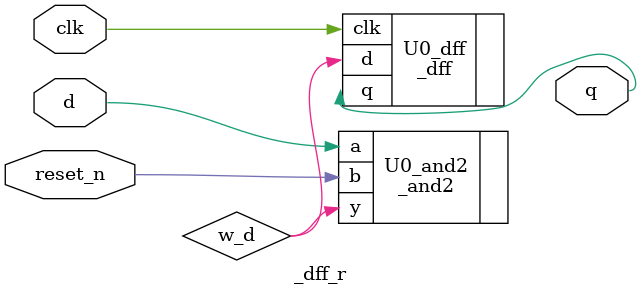
<source format=v>
module _dff_r(clk, reset_n, d, q); //reset D flip flop
	input clk, reset_n, d; //input
	output q; //output
	
	wire w_d; //wires
	
	_and2 U0_and2(.a(d), .y(w_d), .b(reset_n)); //instance and
	_dff U0_dff(.clk(clk), .d(w_d), .q(q)); //instance d flip-flop
endmodule

</source>
